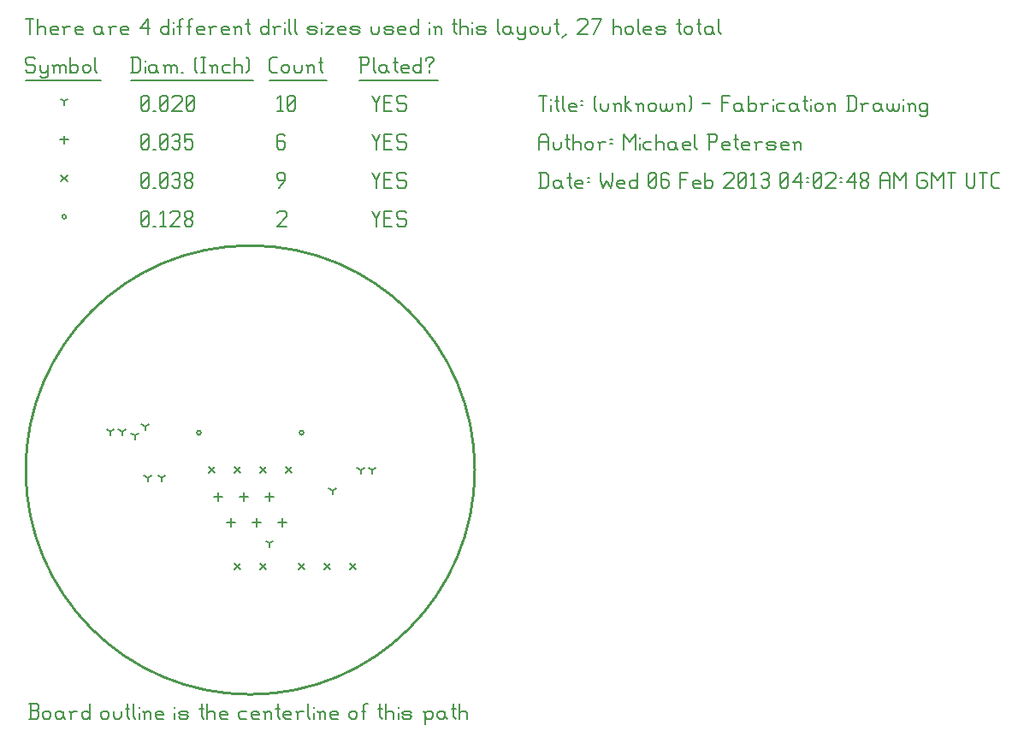
<source format=gbr>
G04 start of page 12 for group -3984 idx -3984 *
G04 Title: (unknown), fab *
G04 Creator: pcb 20110918 *
G04 CreationDate: Wed 06 Feb 2013 04:02:48 AM GMT UTC *
G04 For: railfan *
G04 Format: Gerber/RS-274X *
G04 PCB-Dimensions: 175000 175000 *
G04 PCB-Coordinate-Origin: lower left *
%MOIN*%
%FSLAX25Y25*%
%LNFAB*%
%ADD57C,0.0100*%
%ADD56C,0.0075*%
%ADD55C,0.0060*%
%ADD54R,0.0080X0.0080*%
G54D54*X106700Y102000D02*G75*G03X108300Y102000I800J0D01*G01*
G75*G03X106700Y102000I-800J0D01*G01*
X66700D02*G75*G03X68300Y102000I800J0D01*G01*
G75*G03X66700Y102000I-800J0D01*G01*
X14200Y186250D02*G75*G03X15800Y186250I800J0D01*G01*
G75*G03X14200Y186250I-800J0D01*G01*
G54D55*X135000Y188500D02*X136500Y185500D01*
X138000Y188500D01*
X136500Y185500D02*Y182500D01*
X139800Y185800D02*X142050D01*
X139800Y182500D02*X142800D01*
X139800Y188500D02*Y182500D01*
Y188500D02*X142800D01*
X147600D02*X148350Y187750D01*
X145350Y188500D02*X147600D01*
X144600Y187750D02*X145350Y188500D01*
X144600Y187750D02*Y186250D01*
X145350Y185500D01*
X147600D01*
X148350Y184750D01*
Y183250D01*
X147600Y182500D02*X148350Y183250D01*
X145350Y182500D02*X147600D01*
X144600Y183250D02*X145350Y182500D01*
X98000Y187750D02*X98750Y188500D01*
X101000D01*
X101750Y187750D01*
Y186250D01*
X98000Y182500D02*X101750Y186250D01*
X98000Y182500D02*X101750D01*
X45000Y183250D02*X45750Y182500D01*
X45000Y187750D02*Y183250D01*
Y187750D02*X45750Y188500D01*
X47250D01*
X48000Y187750D01*
Y183250D01*
X47250Y182500D02*X48000Y183250D01*
X45750Y182500D02*X47250D01*
X45000Y184000D02*X48000Y187000D01*
X49800Y182500D02*X50550D01*
X52350Y187300D02*X53550Y188500D01*
Y182500D01*
X52350D02*X54600D01*
X56400Y187750D02*X57150Y188500D01*
X59400D01*
X60150Y187750D01*
Y186250D01*
X56400Y182500D02*X60150Y186250D01*
X56400Y182500D02*X60150D01*
X61950Y183250D02*X62700Y182500D01*
X61950Y184450D02*Y183250D01*
Y184450D02*X63000Y185500D01*
X63900D01*
X64950Y184450D01*
Y183250D01*
X64200Y182500D02*X64950Y183250D01*
X62700Y182500D02*X64200D01*
X61950Y186550D02*X63000Y185500D01*
X61950Y187750D02*Y186550D01*
Y187750D02*X62700Y188500D01*
X64200D01*
X64950Y187750D01*
Y186550D01*
X63900Y185500D02*X64950Y186550D01*
X81300Y51200D02*X83700Y48800D01*
X81300D02*X83700Y51200D01*
X91300D02*X93700Y48800D01*
X91300D02*X93700Y51200D01*
X71300Y88700D02*X73700Y86300D01*
X71300D02*X73700Y88700D01*
X81300D02*X83700Y86300D01*
X81300D02*X83700Y88700D01*
X91300D02*X93700Y86300D01*
X91300D02*X93700Y88700D01*
X101300D02*X103700Y86300D01*
X101300D02*X103700Y88700D01*
X126300Y51200D02*X128700Y48800D01*
X126300D02*X128700Y51200D01*
X116300D02*X118700Y48800D01*
X116300D02*X118700Y51200D01*
X106300D02*X108700Y48800D01*
X106300D02*X108700Y51200D01*
X13800Y202450D02*X16200Y200050D01*
X13800D02*X16200Y202450D01*
X135000Y203500D02*X136500Y200500D01*
X138000Y203500D01*
X136500Y200500D02*Y197500D01*
X139800Y200800D02*X142050D01*
X139800Y197500D02*X142800D01*
X139800Y203500D02*Y197500D01*
Y203500D02*X142800D01*
X147600D02*X148350Y202750D01*
X145350Y203500D02*X147600D01*
X144600Y202750D02*X145350Y203500D01*
X144600Y202750D02*Y201250D01*
X145350Y200500D01*
X147600D01*
X148350Y199750D01*
Y198250D01*
X147600Y197500D02*X148350Y198250D01*
X145350Y197500D02*X147600D01*
X144600Y198250D02*X145350Y197500D01*
X98750D02*X101000Y200500D01*
Y202750D02*Y200500D01*
X100250Y203500D02*X101000Y202750D01*
X98750Y203500D02*X100250D01*
X98000Y202750D02*X98750Y203500D01*
X98000Y202750D02*Y201250D01*
X98750Y200500D01*
X101000D01*
X45000Y198250D02*X45750Y197500D01*
X45000Y202750D02*Y198250D01*
Y202750D02*X45750Y203500D01*
X47250D01*
X48000Y202750D01*
Y198250D01*
X47250Y197500D02*X48000Y198250D01*
X45750Y197500D02*X47250D01*
X45000Y199000D02*X48000Y202000D01*
X49800Y197500D02*X50550D01*
X52350Y198250D02*X53100Y197500D01*
X52350Y202750D02*Y198250D01*
Y202750D02*X53100Y203500D01*
X54600D01*
X55350Y202750D01*
Y198250D01*
X54600Y197500D02*X55350Y198250D01*
X53100Y197500D02*X54600D01*
X52350Y199000D02*X55350Y202000D01*
X57150Y202750D02*X57900Y203500D01*
X59400D01*
X60150Y202750D01*
X59400Y197500D02*X60150Y198250D01*
X57900Y197500D02*X59400D01*
X57150Y198250D02*X57900Y197500D01*
Y200800D02*X59400D01*
X60150Y202750D02*Y201550D01*
Y200050D02*Y198250D01*
Y200050D02*X59400Y200800D01*
X60150Y201550D02*X59400Y200800D01*
X61950Y198250D02*X62700Y197500D01*
X61950Y199450D02*Y198250D01*
Y199450D02*X63000Y200500D01*
X63900D01*
X64950Y199450D01*
Y198250D01*
X64200Y197500D02*X64950Y198250D01*
X62700Y197500D02*X64200D01*
X61950Y201550D02*X63000Y200500D01*
X61950Y202750D02*Y201550D01*
Y202750D02*X62700Y203500D01*
X64200D01*
X64950Y202750D01*
Y201550D01*
X63900Y200500D02*X64950Y201550D01*
X100000Y68600D02*Y65400D01*
X98400Y67000D02*X101600D01*
X95000Y78600D02*Y75400D01*
X93400Y77000D02*X96600D01*
X90000Y68600D02*Y65400D01*
X88400Y67000D02*X91600D01*
X85000Y78600D02*Y75400D01*
X83400Y77000D02*X86600D01*
X80000Y68600D02*Y65400D01*
X78400Y67000D02*X81600D01*
X75000Y78600D02*Y75400D01*
X73400Y77000D02*X76600D01*
X15000Y217850D02*Y214650D01*
X13400Y216250D02*X16600D01*
X135000Y218500D02*X136500Y215500D01*
X138000Y218500D01*
X136500Y215500D02*Y212500D01*
X139800Y215800D02*X142050D01*
X139800Y212500D02*X142800D01*
X139800Y218500D02*Y212500D01*
Y218500D02*X142800D01*
X147600D02*X148350Y217750D01*
X145350Y218500D02*X147600D01*
X144600Y217750D02*X145350Y218500D01*
X144600Y217750D02*Y216250D01*
X145350Y215500D01*
X147600D01*
X148350Y214750D01*
Y213250D01*
X147600Y212500D02*X148350Y213250D01*
X145350Y212500D02*X147600D01*
X144600Y213250D02*X145350Y212500D01*
X100250Y218500D02*X101000Y217750D01*
X98750Y218500D02*X100250D01*
X98000Y217750D02*X98750Y218500D01*
X98000Y217750D02*Y213250D01*
X98750Y212500D01*
X100250Y215800D02*X101000Y215050D01*
X98000Y215800D02*X100250D01*
X98750Y212500D02*X100250D01*
X101000Y213250D01*
Y215050D02*Y213250D01*
X45000D02*X45750Y212500D01*
X45000Y217750D02*Y213250D01*
Y217750D02*X45750Y218500D01*
X47250D01*
X48000Y217750D01*
Y213250D01*
X47250Y212500D02*X48000Y213250D01*
X45750Y212500D02*X47250D01*
X45000Y214000D02*X48000Y217000D01*
X49800Y212500D02*X50550D01*
X52350Y213250D02*X53100Y212500D01*
X52350Y217750D02*Y213250D01*
Y217750D02*X53100Y218500D01*
X54600D01*
X55350Y217750D01*
Y213250D01*
X54600Y212500D02*X55350Y213250D01*
X53100Y212500D02*X54600D01*
X52350Y214000D02*X55350Y217000D01*
X57150Y217750D02*X57900Y218500D01*
X59400D01*
X60150Y217750D01*
X59400Y212500D02*X60150Y213250D01*
X57900Y212500D02*X59400D01*
X57150Y213250D02*X57900Y212500D01*
Y215800D02*X59400D01*
X60150Y217750D02*Y216550D01*
Y215050D02*Y213250D01*
Y215050D02*X59400Y215800D01*
X60150Y216550D02*X59400Y215800D01*
X61950Y218500D02*X64950D01*
X61950D02*Y215500D01*
X62700Y216250D01*
X64200D01*
X64950Y215500D01*
Y213250D01*
X64200Y212500D02*X64950Y213250D01*
X62700Y212500D02*X64200D01*
X61950Y213250D02*X62700Y212500D01*
X95000Y59000D02*Y57400D01*
Y59000D02*X96387Y59800D01*
X95000Y59000D02*X93613Y59800D01*
X53000Y84500D02*Y82900D01*
Y84500D02*X54387Y85300D01*
X53000Y84500D02*X51613Y85300D01*
X47500Y84500D02*Y82900D01*
Y84500D02*X48887Y85300D01*
X47500Y84500D02*X46113Y85300D01*
X46500Y104500D02*Y102900D01*
Y104500D02*X47887Y105300D01*
X46500Y104500D02*X45113Y105300D01*
X42500Y101000D02*Y99400D01*
Y101000D02*X43887Y101800D01*
X42500Y101000D02*X41113Y101800D01*
X37500Y102500D02*Y100900D01*
Y102500D02*X38887Y103300D01*
X37500Y102500D02*X36113Y103300D01*
X33000Y102500D02*Y100900D01*
Y102500D02*X34387Y103300D01*
X33000Y102500D02*X31613Y103300D01*
X119500Y79500D02*Y77900D01*
Y79500D02*X120887Y80300D01*
X119500Y79500D02*X118113Y80300D01*
X130500Y87500D02*Y85900D01*
Y87500D02*X131887Y88300D01*
X130500Y87500D02*X129113Y88300D01*
X135000Y87500D02*Y85900D01*
Y87500D02*X136387Y88300D01*
X135000Y87500D02*X133613Y88300D01*
X15000Y231250D02*Y229650D01*
Y231250D02*X16387Y232050D01*
X15000Y231250D02*X13613Y232050D01*
X135000Y233500D02*X136500Y230500D01*
X138000Y233500D01*
X136500Y230500D02*Y227500D01*
X139800Y230800D02*X142050D01*
X139800Y227500D02*X142800D01*
X139800Y233500D02*Y227500D01*
Y233500D02*X142800D01*
X147600D02*X148350Y232750D01*
X145350Y233500D02*X147600D01*
X144600Y232750D02*X145350Y233500D01*
X144600Y232750D02*Y231250D01*
X145350Y230500D01*
X147600D01*
X148350Y229750D01*
Y228250D01*
X147600Y227500D02*X148350Y228250D01*
X145350Y227500D02*X147600D01*
X144600Y228250D02*X145350Y227500D01*
X98000Y232300D02*X99200Y233500D01*
Y227500D01*
X98000D02*X100250D01*
X102050Y228250D02*X102800Y227500D01*
X102050Y232750D02*Y228250D01*
Y232750D02*X102800Y233500D01*
X104300D01*
X105050Y232750D01*
Y228250D01*
X104300Y227500D02*X105050Y228250D01*
X102800Y227500D02*X104300D01*
X102050Y229000D02*X105050Y232000D01*
X45000Y228250D02*X45750Y227500D01*
X45000Y232750D02*Y228250D01*
Y232750D02*X45750Y233500D01*
X47250D01*
X48000Y232750D01*
Y228250D01*
X47250Y227500D02*X48000Y228250D01*
X45750Y227500D02*X47250D01*
X45000Y229000D02*X48000Y232000D01*
X49800Y227500D02*X50550D01*
X52350Y228250D02*X53100Y227500D01*
X52350Y232750D02*Y228250D01*
Y232750D02*X53100Y233500D01*
X54600D01*
X55350Y232750D01*
Y228250D01*
X54600Y227500D02*X55350Y228250D01*
X53100Y227500D02*X54600D01*
X52350Y229000D02*X55350Y232000D01*
X57150Y232750D02*X57900Y233500D01*
X60150D01*
X60900Y232750D01*
Y231250D01*
X57150Y227500D02*X60900Y231250D01*
X57150Y227500D02*X60900D01*
X62700Y228250D02*X63450Y227500D01*
X62700Y232750D02*Y228250D01*
Y232750D02*X63450Y233500D01*
X64950D01*
X65700Y232750D01*
Y228250D01*
X64950Y227500D02*X65700Y228250D01*
X63450Y227500D02*X64950D01*
X62700Y229000D02*X65700Y232000D01*
X3000Y248500D02*X3750Y247750D01*
X750Y248500D02*X3000D01*
X0Y247750D02*X750Y248500D01*
X0Y247750D02*Y246250D01*
X750Y245500D01*
X3000D01*
X3750Y244750D01*
Y243250D01*
X3000Y242500D02*X3750Y243250D01*
X750Y242500D02*X3000D01*
X0Y243250D02*X750Y242500D01*
X5550Y245500D02*Y243250D01*
X6300Y242500D01*
X8550Y245500D02*Y241000D01*
X7800Y240250D02*X8550Y241000D01*
X6300Y240250D02*X7800D01*
X5550Y241000D02*X6300Y240250D01*
Y242500D02*X7800D01*
X8550Y243250D01*
X11100Y244750D02*Y242500D01*
Y244750D02*X11850Y245500D01*
X12600D01*
X13350Y244750D01*
Y242500D01*
Y244750D02*X14100Y245500D01*
X14850D01*
X15600Y244750D01*
Y242500D01*
X10350Y245500D02*X11100Y244750D01*
X17400Y248500D02*Y242500D01*
Y243250D02*X18150Y242500D01*
X19650D01*
X20400Y243250D01*
Y244750D02*Y243250D01*
X19650Y245500D02*X20400Y244750D01*
X18150Y245500D02*X19650D01*
X17400Y244750D02*X18150Y245500D01*
X22200Y244750D02*Y243250D01*
Y244750D02*X22950Y245500D01*
X24450D01*
X25200Y244750D01*
Y243250D01*
X24450Y242500D02*X25200Y243250D01*
X22950Y242500D02*X24450D01*
X22200Y243250D02*X22950Y242500D01*
X27000Y248500D02*Y243250D01*
X27750Y242500D01*
X0Y239250D02*X29250D01*
X41750Y248500D02*Y242500D01*
X43700Y248500D02*X44750Y247450D01*
Y243550D01*
X43700Y242500D02*X44750Y243550D01*
X41000Y242500D02*X43700D01*
X41000Y248500D02*X43700D01*
G54D56*X46550Y247000D02*Y246850D01*
G54D55*Y244750D02*Y242500D01*
X50300Y245500D02*X51050Y244750D01*
X48800Y245500D02*X50300D01*
X48050Y244750D02*X48800Y245500D01*
X48050Y244750D02*Y243250D01*
X48800Y242500D01*
X51050Y245500D02*Y243250D01*
X51800Y242500D01*
X48800D02*X50300D01*
X51050Y243250D01*
X54350Y244750D02*Y242500D01*
Y244750D02*X55100Y245500D01*
X55850D01*
X56600Y244750D01*
Y242500D01*
Y244750D02*X57350Y245500D01*
X58100D01*
X58850Y244750D01*
Y242500D01*
X53600Y245500D02*X54350Y244750D01*
X60650Y242500D02*X61400D01*
X65900Y243250D02*X66650Y242500D01*
X65900Y247750D02*X66650Y248500D01*
X65900Y247750D02*Y243250D01*
X68450Y248500D02*X69950D01*
X69200D02*Y242500D01*
X68450D02*X69950D01*
X72500Y244750D02*Y242500D01*
Y244750D02*X73250Y245500D01*
X74000D01*
X74750Y244750D01*
Y242500D01*
X71750Y245500D02*X72500Y244750D01*
X77300Y245500D02*X79550D01*
X76550Y244750D02*X77300Y245500D01*
X76550Y244750D02*Y243250D01*
X77300Y242500D01*
X79550D01*
X81350Y248500D02*Y242500D01*
Y244750D02*X82100Y245500D01*
X83600D01*
X84350Y244750D01*
Y242500D01*
X86150Y248500D02*X86900Y247750D01*
Y243250D01*
X86150Y242500D02*X86900Y243250D01*
X41000Y239250D02*X88700D01*
X96050Y242500D02*X98000D01*
X95000Y243550D02*X96050Y242500D01*
X95000Y247450D02*Y243550D01*
Y247450D02*X96050Y248500D01*
X98000D01*
X99800Y244750D02*Y243250D01*
Y244750D02*X100550Y245500D01*
X102050D01*
X102800Y244750D01*
Y243250D01*
X102050Y242500D02*X102800Y243250D01*
X100550Y242500D02*X102050D01*
X99800Y243250D02*X100550Y242500D01*
X104600Y245500D02*Y243250D01*
X105350Y242500D01*
X106850D01*
X107600Y243250D01*
Y245500D02*Y243250D01*
X110150Y244750D02*Y242500D01*
Y244750D02*X110900Y245500D01*
X111650D01*
X112400Y244750D01*
Y242500D01*
X109400Y245500D02*X110150Y244750D01*
X114950Y248500D02*Y243250D01*
X115700Y242500D01*
X114200Y246250D02*X115700D01*
X95000Y239250D02*X117200D01*
X130750Y248500D02*Y242500D01*
X130000Y248500D02*X133000D01*
X133750Y247750D01*
Y246250D01*
X133000Y245500D02*X133750Y246250D01*
X130750Y245500D02*X133000D01*
X135550Y248500D02*Y243250D01*
X136300Y242500D01*
X140050Y245500D02*X140800Y244750D01*
X138550Y245500D02*X140050D01*
X137800Y244750D02*X138550Y245500D01*
X137800Y244750D02*Y243250D01*
X138550Y242500D01*
X140800Y245500D02*Y243250D01*
X141550Y242500D01*
X138550D02*X140050D01*
X140800Y243250D01*
X144100Y248500D02*Y243250D01*
X144850Y242500D01*
X143350Y246250D02*X144850D01*
X147100Y242500D02*X149350D01*
X146350Y243250D02*X147100Y242500D01*
X146350Y244750D02*Y243250D01*
Y244750D02*X147100Y245500D01*
X148600D01*
X149350Y244750D01*
X146350Y244000D02*X149350D01*
Y244750D02*Y244000D01*
X154150Y248500D02*Y242500D01*
X153400D02*X154150Y243250D01*
X151900Y242500D02*X153400D01*
X151150Y243250D02*X151900Y242500D01*
X151150Y244750D02*Y243250D01*
Y244750D02*X151900Y245500D01*
X153400D01*
X154150Y244750D01*
X157450Y245500D02*Y244750D01*
Y243250D02*Y242500D01*
X155950Y247750D02*Y247000D01*
Y247750D02*X156700Y248500D01*
X158200D01*
X158950Y247750D01*
Y247000D01*
X157450Y245500D02*X158950Y247000D01*
X130000Y239250D02*X160750D01*
X0Y263500D02*X3000D01*
X1500D02*Y257500D01*
X4800Y263500D02*Y257500D01*
Y259750D02*X5550Y260500D01*
X7050D01*
X7800Y259750D01*
Y257500D01*
X10350D02*X12600D01*
X9600Y258250D02*X10350Y257500D01*
X9600Y259750D02*Y258250D01*
Y259750D02*X10350Y260500D01*
X11850D01*
X12600Y259750D01*
X9600Y259000D02*X12600D01*
Y259750D02*Y259000D01*
X15150Y259750D02*Y257500D01*
Y259750D02*X15900Y260500D01*
X17400D01*
X14400D02*X15150Y259750D01*
X19950Y257500D02*X22200D01*
X19200Y258250D02*X19950Y257500D01*
X19200Y259750D02*Y258250D01*
Y259750D02*X19950Y260500D01*
X21450D01*
X22200Y259750D01*
X19200Y259000D02*X22200D01*
Y259750D02*Y259000D01*
X28950Y260500D02*X29700Y259750D01*
X27450Y260500D02*X28950D01*
X26700Y259750D02*X27450Y260500D01*
X26700Y259750D02*Y258250D01*
X27450Y257500D01*
X29700Y260500D02*Y258250D01*
X30450Y257500D01*
X27450D02*X28950D01*
X29700Y258250D01*
X33000Y259750D02*Y257500D01*
Y259750D02*X33750Y260500D01*
X35250D01*
X32250D02*X33000Y259750D01*
X37800Y257500D02*X40050D01*
X37050Y258250D02*X37800Y257500D01*
X37050Y259750D02*Y258250D01*
Y259750D02*X37800Y260500D01*
X39300D01*
X40050Y259750D01*
X37050Y259000D02*X40050D01*
Y259750D02*Y259000D01*
X44550Y259750D02*X47550Y263500D01*
X44550Y259750D02*X48300D01*
X47550Y263500D02*Y257500D01*
X55800Y263500D02*Y257500D01*
X55050D02*X55800Y258250D01*
X53550Y257500D02*X55050D01*
X52800Y258250D02*X53550Y257500D01*
X52800Y259750D02*Y258250D01*
Y259750D02*X53550Y260500D01*
X55050D01*
X55800Y259750D01*
G54D56*X57600Y262000D02*Y261850D01*
G54D55*Y259750D02*Y257500D01*
X59850Y262750D02*Y257500D01*
Y262750D02*X60600Y263500D01*
X61350D01*
X59100Y260500D02*X60600D01*
X63600Y262750D02*Y257500D01*
Y262750D02*X64350Y263500D01*
X65100D01*
X62850Y260500D02*X64350D01*
X67350Y257500D02*X69600D01*
X66600Y258250D02*X67350Y257500D01*
X66600Y259750D02*Y258250D01*
Y259750D02*X67350Y260500D01*
X68850D01*
X69600Y259750D01*
X66600Y259000D02*X69600D01*
Y259750D02*Y259000D01*
X72150Y259750D02*Y257500D01*
Y259750D02*X72900Y260500D01*
X74400D01*
X71400D02*X72150Y259750D01*
X76950Y257500D02*X79200D01*
X76200Y258250D02*X76950Y257500D01*
X76200Y259750D02*Y258250D01*
Y259750D02*X76950Y260500D01*
X78450D01*
X79200Y259750D01*
X76200Y259000D02*X79200D01*
Y259750D02*Y259000D01*
X81750Y259750D02*Y257500D01*
Y259750D02*X82500Y260500D01*
X83250D01*
X84000Y259750D01*
Y257500D01*
X81000Y260500D02*X81750Y259750D01*
X86550Y263500D02*Y258250D01*
X87300Y257500D01*
X85800Y261250D02*X87300D01*
X94500Y263500D02*Y257500D01*
X93750D02*X94500Y258250D01*
X92250Y257500D02*X93750D01*
X91500Y258250D02*X92250Y257500D01*
X91500Y259750D02*Y258250D01*
Y259750D02*X92250Y260500D01*
X93750D01*
X94500Y259750D01*
X97050D02*Y257500D01*
Y259750D02*X97800Y260500D01*
X99300D01*
X96300D02*X97050Y259750D01*
G54D56*X101100Y262000D02*Y261850D01*
G54D55*Y259750D02*Y257500D01*
X102600Y263500D02*Y258250D01*
X103350Y257500D01*
X104850Y263500D02*Y258250D01*
X105600Y257500D01*
X110550D02*X112800D01*
X113550Y258250D01*
X112800Y259000D02*X113550Y258250D01*
X110550Y259000D02*X112800D01*
X109800Y259750D02*X110550Y259000D01*
X109800Y259750D02*X110550Y260500D01*
X112800D01*
X113550Y259750D01*
X109800Y258250D02*X110550Y257500D01*
G54D56*X115350Y262000D02*Y261850D01*
G54D55*Y259750D02*Y257500D01*
X116850Y260500D02*X119850D01*
X116850Y257500D02*X119850Y260500D01*
X116850Y257500D02*X119850D01*
X122400D02*X124650D01*
X121650Y258250D02*X122400Y257500D01*
X121650Y259750D02*Y258250D01*
Y259750D02*X122400Y260500D01*
X123900D01*
X124650Y259750D01*
X121650Y259000D02*X124650D01*
Y259750D02*Y259000D01*
X127200Y257500D02*X129450D01*
X130200Y258250D01*
X129450Y259000D02*X130200Y258250D01*
X127200Y259000D02*X129450D01*
X126450Y259750D02*X127200Y259000D01*
X126450Y259750D02*X127200Y260500D01*
X129450D01*
X130200Y259750D01*
X126450Y258250D02*X127200Y257500D01*
X134700Y260500D02*Y258250D01*
X135450Y257500D01*
X136950D01*
X137700Y258250D01*
Y260500D02*Y258250D01*
X140250Y257500D02*X142500D01*
X143250Y258250D01*
X142500Y259000D02*X143250Y258250D01*
X140250Y259000D02*X142500D01*
X139500Y259750D02*X140250Y259000D01*
X139500Y259750D02*X140250Y260500D01*
X142500D01*
X143250Y259750D01*
X139500Y258250D02*X140250Y257500D01*
X145800D02*X148050D01*
X145050Y258250D02*X145800Y257500D01*
X145050Y259750D02*Y258250D01*
Y259750D02*X145800Y260500D01*
X147300D01*
X148050Y259750D01*
X145050Y259000D02*X148050D01*
Y259750D02*Y259000D01*
X152850Y263500D02*Y257500D01*
X152100D02*X152850Y258250D01*
X150600Y257500D02*X152100D01*
X149850Y258250D02*X150600Y257500D01*
X149850Y259750D02*Y258250D01*
Y259750D02*X150600Y260500D01*
X152100D01*
X152850Y259750D01*
G54D56*X157350Y262000D02*Y261850D01*
G54D55*Y259750D02*Y257500D01*
X159600Y259750D02*Y257500D01*
Y259750D02*X160350Y260500D01*
X161100D01*
X161850Y259750D01*
Y257500D01*
X158850Y260500D02*X159600Y259750D01*
X167100Y263500D02*Y258250D01*
X167850Y257500D01*
X166350Y261250D02*X167850D01*
X169350Y263500D02*Y257500D01*
Y259750D02*X170100Y260500D01*
X171600D01*
X172350Y259750D01*
Y257500D01*
G54D56*X174150Y262000D02*Y261850D01*
G54D55*Y259750D02*Y257500D01*
X176400D02*X178650D01*
X179400Y258250D01*
X178650Y259000D02*X179400Y258250D01*
X176400Y259000D02*X178650D01*
X175650Y259750D02*X176400Y259000D01*
X175650Y259750D02*X176400Y260500D01*
X178650D01*
X179400Y259750D01*
X175650Y258250D02*X176400Y257500D01*
X183900Y263500D02*Y258250D01*
X184650Y257500D01*
X188400Y260500D02*X189150Y259750D01*
X186900Y260500D02*X188400D01*
X186150Y259750D02*X186900Y260500D01*
X186150Y259750D02*Y258250D01*
X186900Y257500D01*
X189150Y260500D02*Y258250D01*
X189900Y257500D01*
X186900D02*X188400D01*
X189150Y258250D01*
X191700Y260500D02*Y258250D01*
X192450Y257500D01*
X194700Y260500D02*Y256000D01*
X193950Y255250D02*X194700Y256000D01*
X192450Y255250D02*X193950D01*
X191700Y256000D02*X192450Y255250D01*
Y257500D02*X193950D01*
X194700Y258250D01*
X196500Y259750D02*Y258250D01*
Y259750D02*X197250Y260500D01*
X198750D01*
X199500Y259750D01*
Y258250D01*
X198750Y257500D02*X199500Y258250D01*
X197250Y257500D02*X198750D01*
X196500Y258250D02*X197250Y257500D01*
X201300Y260500D02*Y258250D01*
X202050Y257500D01*
X203550D01*
X204300Y258250D01*
Y260500D02*Y258250D01*
X206850Y263500D02*Y258250D01*
X207600Y257500D01*
X206100Y261250D02*X207600D01*
X209100Y256000D02*X210600Y257500D01*
X215100Y262750D02*X215850Y263500D01*
X218100D01*
X218850Y262750D01*
Y261250D01*
X215100Y257500D02*X218850Y261250D01*
X215100Y257500D02*X218850D01*
X221400D02*X224400Y263500D01*
X220650D02*X224400D01*
X228900D02*Y257500D01*
Y259750D02*X229650Y260500D01*
X231150D01*
X231900Y259750D01*
Y257500D01*
X233700Y259750D02*Y258250D01*
Y259750D02*X234450Y260500D01*
X235950D01*
X236700Y259750D01*
Y258250D01*
X235950Y257500D02*X236700Y258250D01*
X234450Y257500D02*X235950D01*
X233700Y258250D02*X234450Y257500D01*
X238500Y263500D02*Y258250D01*
X239250Y257500D01*
X241500D02*X243750D01*
X240750Y258250D02*X241500Y257500D01*
X240750Y259750D02*Y258250D01*
Y259750D02*X241500Y260500D01*
X243000D01*
X243750Y259750D01*
X240750Y259000D02*X243750D01*
Y259750D02*Y259000D01*
X246300Y257500D02*X248550D01*
X249300Y258250D01*
X248550Y259000D02*X249300Y258250D01*
X246300Y259000D02*X248550D01*
X245550Y259750D02*X246300Y259000D01*
X245550Y259750D02*X246300Y260500D01*
X248550D01*
X249300Y259750D01*
X245550Y258250D02*X246300Y257500D01*
X254550Y263500D02*Y258250D01*
X255300Y257500D01*
X253800Y261250D02*X255300D01*
X256800Y259750D02*Y258250D01*
Y259750D02*X257550Y260500D01*
X259050D01*
X259800Y259750D01*
Y258250D01*
X259050Y257500D02*X259800Y258250D01*
X257550Y257500D02*X259050D01*
X256800Y258250D02*X257550Y257500D01*
X262350Y263500D02*Y258250D01*
X263100Y257500D01*
X261600Y261250D02*X263100D01*
X266850Y260500D02*X267600Y259750D01*
X265350Y260500D02*X266850D01*
X264600Y259750D02*X265350Y260500D01*
X264600Y259750D02*Y258250D01*
X265350Y257500D01*
X267600Y260500D02*Y258250D01*
X268350Y257500D01*
X265350D02*X266850D01*
X267600Y258250D01*
X270150Y263500D02*Y258250D01*
X270900Y257500D01*
G54D57*X0Y87500D03*
X175000D03*
X87500Y175000D03*
Y0D03*
X0Y87500D02*G75*G03X0Y87500I87500J0D01*G01*
G54D55*X1175Y-9500D02*X4175D01*
X4925Y-8750D01*
Y-6950D02*Y-8750D01*
X4175Y-6200D02*X4925Y-6950D01*
X1925Y-6200D02*X4175D01*
X1925Y-3500D02*Y-9500D01*
X1175Y-3500D02*X4175D01*
X4925Y-4250D01*
Y-5450D01*
X4175Y-6200D02*X4925Y-5450D01*
X6725Y-7250D02*Y-8750D01*
Y-7250D02*X7475Y-6500D01*
X8975D01*
X9725Y-7250D01*
Y-8750D01*
X8975Y-9500D02*X9725Y-8750D01*
X7475Y-9500D02*X8975D01*
X6725Y-8750D02*X7475Y-9500D01*
X13775Y-6500D02*X14525Y-7250D01*
X12275Y-6500D02*X13775D01*
X11525Y-7250D02*X12275Y-6500D01*
X11525Y-7250D02*Y-8750D01*
X12275Y-9500D01*
X14525Y-6500D02*Y-8750D01*
X15275Y-9500D01*
X12275D02*X13775D01*
X14525Y-8750D01*
X17825Y-7250D02*Y-9500D01*
Y-7250D02*X18575Y-6500D01*
X20075D01*
X17075D02*X17825Y-7250D01*
X24875Y-3500D02*Y-9500D01*
X24125D02*X24875Y-8750D01*
X22625Y-9500D02*X24125D01*
X21875Y-8750D02*X22625Y-9500D01*
X21875Y-7250D02*Y-8750D01*
Y-7250D02*X22625Y-6500D01*
X24125D01*
X24875Y-7250D01*
X29375D02*Y-8750D01*
Y-7250D02*X30125Y-6500D01*
X31625D01*
X32375Y-7250D01*
Y-8750D01*
X31625Y-9500D02*X32375Y-8750D01*
X30125Y-9500D02*X31625D01*
X29375Y-8750D02*X30125Y-9500D01*
X34175Y-6500D02*Y-8750D01*
X34925Y-9500D01*
X36425D01*
X37175Y-8750D01*
Y-6500D02*Y-8750D01*
X39725Y-3500D02*Y-8750D01*
X40475Y-9500D01*
X38975Y-5750D02*X40475D01*
X41975Y-3500D02*Y-8750D01*
X42725Y-9500D01*
G54D56*X44225Y-5000D02*Y-5150D01*
G54D55*Y-7250D02*Y-9500D01*
X46475Y-7250D02*Y-9500D01*
Y-7250D02*X47225Y-6500D01*
X47975D01*
X48725Y-7250D01*
Y-9500D01*
X45725Y-6500D02*X46475Y-7250D01*
X51275Y-9500D02*X53525D01*
X50525Y-8750D02*X51275Y-9500D01*
X50525Y-7250D02*Y-8750D01*
Y-7250D02*X51275Y-6500D01*
X52775D01*
X53525Y-7250D01*
X50525Y-8000D02*X53525D01*
Y-7250D02*Y-8000D01*
G54D56*X58025Y-5000D02*Y-5150D01*
G54D55*Y-7250D02*Y-9500D01*
X60275D02*X62525D01*
X63275Y-8750D01*
X62525Y-8000D02*X63275Y-8750D01*
X60275Y-8000D02*X62525D01*
X59525Y-7250D02*X60275Y-8000D01*
X59525Y-7250D02*X60275Y-6500D01*
X62525D01*
X63275Y-7250D01*
X59525Y-8750D02*X60275Y-9500D01*
X68525Y-3500D02*Y-8750D01*
X69275Y-9500D01*
X67775Y-5750D02*X69275D01*
X70775Y-3500D02*Y-9500D01*
Y-7250D02*X71525Y-6500D01*
X73025D01*
X73775Y-7250D01*
Y-9500D01*
X76325D02*X78575D01*
X75575Y-8750D02*X76325Y-9500D01*
X75575Y-7250D02*Y-8750D01*
Y-7250D02*X76325Y-6500D01*
X77825D01*
X78575Y-7250D01*
X75575Y-8000D02*X78575D01*
Y-7250D02*Y-8000D01*
X83825Y-6500D02*X86075D01*
X83075Y-7250D02*X83825Y-6500D01*
X83075Y-7250D02*Y-8750D01*
X83825Y-9500D01*
X86075D01*
X88625D02*X90875D01*
X87875Y-8750D02*X88625Y-9500D01*
X87875Y-7250D02*Y-8750D01*
Y-7250D02*X88625Y-6500D01*
X90125D01*
X90875Y-7250D01*
X87875Y-8000D02*X90875D01*
Y-7250D02*Y-8000D01*
X93425Y-7250D02*Y-9500D01*
Y-7250D02*X94175Y-6500D01*
X94925D01*
X95675Y-7250D01*
Y-9500D01*
X92675Y-6500D02*X93425Y-7250D01*
X98225Y-3500D02*Y-8750D01*
X98975Y-9500D01*
X97475Y-5750D02*X98975D01*
X101225Y-9500D02*X103475D01*
X100475Y-8750D02*X101225Y-9500D01*
X100475Y-7250D02*Y-8750D01*
Y-7250D02*X101225Y-6500D01*
X102725D01*
X103475Y-7250D01*
X100475Y-8000D02*X103475D01*
Y-7250D02*Y-8000D01*
X106025Y-7250D02*Y-9500D01*
Y-7250D02*X106775Y-6500D01*
X108275D01*
X105275D02*X106025Y-7250D01*
X110075Y-3500D02*Y-8750D01*
X110825Y-9500D01*
G54D56*X112325Y-5000D02*Y-5150D01*
G54D55*Y-7250D02*Y-9500D01*
X114575Y-7250D02*Y-9500D01*
Y-7250D02*X115325Y-6500D01*
X116075D01*
X116825Y-7250D01*
Y-9500D01*
X113825Y-6500D02*X114575Y-7250D01*
X119375Y-9500D02*X121625D01*
X118625Y-8750D02*X119375Y-9500D01*
X118625Y-7250D02*Y-8750D01*
Y-7250D02*X119375Y-6500D01*
X120875D01*
X121625Y-7250D01*
X118625Y-8000D02*X121625D01*
Y-7250D02*Y-8000D01*
X126125Y-7250D02*Y-8750D01*
Y-7250D02*X126875Y-6500D01*
X128375D01*
X129125Y-7250D01*
Y-8750D01*
X128375Y-9500D02*X129125Y-8750D01*
X126875Y-9500D02*X128375D01*
X126125Y-8750D02*X126875Y-9500D01*
X131675Y-4250D02*Y-9500D01*
Y-4250D02*X132425Y-3500D01*
X133175D01*
X130925Y-6500D02*X132425D01*
X138125Y-3500D02*Y-8750D01*
X138875Y-9500D01*
X137375Y-5750D02*X138875D01*
X140375Y-3500D02*Y-9500D01*
Y-7250D02*X141125Y-6500D01*
X142625D01*
X143375Y-7250D01*
Y-9500D01*
G54D56*X145175Y-5000D02*Y-5150D01*
G54D55*Y-7250D02*Y-9500D01*
X147425D02*X149675D01*
X150425Y-8750D01*
X149675Y-8000D02*X150425Y-8750D01*
X147425Y-8000D02*X149675D01*
X146675Y-7250D02*X147425Y-8000D01*
X146675Y-7250D02*X147425Y-6500D01*
X149675D01*
X150425Y-7250D01*
X146675Y-8750D02*X147425Y-9500D01*
X155675Y-7250D02*Y-11750D01*
X154925Y-6500D02*X155675Y-7250D01*
X156425Y-6500D01*
X157925D01*
X158675Y-7250D01*
Y-8750D01*
X157925Y-9500D02*X158675Y-8750D01*
X156425Y-9500D02*X157925D01*
X155675Y-8750D02*X156425Y-9500D01*
X162725Y-6500D02*X163475Y-7250D01*
X161225Y-6500D02*X162725D01*
X160475Y-7250D02*X161225Y-6500D01*
X160475Y-7250D02*Y-8750D01*
X161225Y-9500D01*
X163475Y-6500D02*Y-8750D01*
X164225Y-9500D01*
X161225D02*X162725D01*
X163475Y-8750D01*
X166775Y-3500D02*Y-8750D01*
X167525Y-9500D01*
X166025Y-5750D02*X167525D01*
X169025Y-3500D02*Y-9500D01*
Y-7250D02*X169775Y-6500D01*
X171275D01*
X172025Y-7250D01*
Y-9500D01*
X200750Y203500D02*Y197500D01*
X202700Y203500D02*X203750Y202450D01*
Y198550D01*
X202700Y197500D02*X203750Y198550D01*
X200000Y197500D02*X202700D01*
X200000Y203500D02*X202700D01*
X207800Y200500D02*X208550Y199750D01*
X206300Y200500D02*X207800D01*
X205550Y199750D02*X206300Y200500D01*
X205550Y199750D02*Y198250D01*
X206300Y197500D01*
X208550Y200500D02*Y198250D01*
X209300Y197500D01*
X206300D02*X207800D01*
X208550Y198250D01*
X211850Y203500D02*Y198250D01*
X212600Y197500D01*
X211100Y201250D02*X212600D01*
X214850Y197500D02*X217100D01*
X214100Y198250D02*X214850Y197500D01*
X214100Y199750D02*Y198250D01*
Y199750D02*X214850Y200500D01*
X216350D01*
X217100Y199750D01*
X214100Y199000D02*X217100D01*
Y199750D02*Y199000D01*
X218900Y201250D02*X219650D01*
X218900Y199750D02*X219650D01*
X224150Y203500D02*Y200500D01*
X224900Y197500D01*
X226400Y200500D01*
X227900Y197500D01*
X228650Y200500D01*
Y203500D02*Y200500D01*
X231200Y197500D02*X233450D01*
X230450Y198250D02*X231200Y197500D01*
X230450Y199750D02*Y198250D01*
Y199750D02*X231200Y200500D01*
X232700D01*
X233450Y199750D01*
X230450Y199000D02*X233450D01*
Y199750D02*Y199000D01*
X238250Y203500D02*Y197500D01*
X237500D02*X238250Y198250D01*
X236000Y197500D02*X237500D01*
X235250Y198250D02*X236000Y197500D01*
X235250Y199750D02*Y198250D01*
Y199750D02*X236000Y200500D01*
X237500D01*
X238250Y199750D01*
X242750Y198250D02*X243500Y197500D01*
X242750Y202750D02*Y198250D01*
Y202750D02*X243500Y203500D01*
X245000D01*
X245750Y202750D01*
Y198250D01*
X245000Y197500D02*X245750Y198250D01*
X243500Y197500D02*X245000D01*
X242750Y199000D02*X245750Y202000D01*
X249800Y203500D02*X250550Y202750D01*
X248300Y203500D02*X249800D01*
X247550Y202750D02*X248300Y203500D01*
X247550Y202750D02*Y198250D01*
X248300Y197500D01*
X249800Y200800D02*X250550Y200050D01*
X247550Y200800D02*X249800D01*
X248300Y197500D02*X249800D01*
X250550Y198250D01*
Y200050D02*Y198250D01*
X255050Y203500D02*Y197500D01*
Y203500D02*X258050D01*
X255050Y200800D02*X257300D01*
X260600Y197500D02*X262850D01*
X259850Y198250D02*X260600Y197500D01*
X259850Y199750D02*Y198250D01*
Y199750D02*X260600Y200500D01*
X262100D01*
X262850Y199750D01*
X259850Y199000D02*X262850D01*
Y199750D02*Y199000D01*
X264650Y203500D02*Y197500D01*
Y198250D02*X265400Y197500D01*
X266900D01*
X267650Y198250D01*
Y199750D02*Y198250D01*
X266900Y200500D02*X267650Y199750D01*
X265400Y200500D02*X266900D01*
X264650Y199750D02*X265400Y200500D01*
X272150Y202750D02*X272900Y203500D01*
X275150D01*
X275900Y202750D01*
Y201250D01*
X272150Y197500D02*X275900Y201250D01*
X272150Y197500D02*X275900D01*
X277700Y198250D02*X278450Y197500D01*
X277700Y202750D02*Y198250D01*
Y202750D02*X278450Y203500D01*
X279950D01*
X280700Y202750D01*
Y198250D01*
X279950Y197500D02*X280700Y198250D01*
X278450Y197500D02*X279950D01*
X277700Y199000D02*X280700Y202000D01*
X282500Y202300D02*X283700Y203500D01*
Y197500D01*
X282500D02*X284750D01*
X286550Y202750D02*X287300Y203500D01*
X288800D01*
X289550Y202750D01*
X288800Y197500D02*X289550Y198250D01*
X287300Y197500D02*X288800D01*
X286550Y198250D02*X287300Y197500D01*
Y200800D02*X288800D01*
X289550Y202750D02*Y201550D01*
Y200050D02*Y198250D01*
Y200050D02*X288800Y200800D01*
X289550Y201550D02*X288800Y200800D01*
X294050Y198250D02*X294800Y197500D01*
X294050Y202750D02*Y198250D01*
Y202750D02*X294800Y203500D01*
X296300D01*
X297050Y202750D01*
Y198250D01*
X296300Y197500D02*X297050Y198250D01*
X294800Y197500D02*X296300D01*
X294050Y199000D02*X297050Y202000D01*
X298850Y199750D02*X301850Y203500D01*
X298850Y199750D02*X302600D01*
X301850Y203500D02*Y197500D01*
X304400Y201250D02*X305150D01*
X304400Y199750D02*X305150D01*
X306950Y198250D02*X307700Y197500D01*
X306950Y202750D02*Y198250D01*
Y202750D02*X307700Y203500D01*
X309200D01*
X309950Y202750D01*
Y198250D01*
X309200Y197500D02*X309950Y198250D01*
X307700Y197500D02*X309200D01*
X306950Y199000D02*X309950Y202000D01*
X311750Y202750D02*X312500Y203500D01*
X314750D01*
X315500Y202750D01*
Y201250D01*
X311750Y197500D02*X315500Y201250D01*
X311750Y197500D02*X315500D01*
X317300Y201250D02*X318050D01*
X317300Y199750D02*X318050D01*
X319850D02*X322850Y203500D01*
X319850Y199750D02*X323600D01*
X322850Y203500D02*Y197500D01*
X325400Y198250D02*X326150Y197500D01*
X325400Y199450D02*Y198250D01*
Y199450D02*X326450Y200500D01*
X327350D01*
X328400Y199450D01*
Y198250D01*
X327650Y197500D02*X328400Y198250D01*
X326150Y197500D02*X327650D01*
X325400Y201550D02*X326450Y200500D01*
X325400Y202750D02*Y201550D01*
Y202750D02*X326150Y203500D01*
X327650D01*
X328400Y202750D01*
Y201550D01*
X327350Y200500D02*X328400Y201550D01*
X332900Y202000D02*Y197500D01*
Y202000D02*X333950Y203500D01*
X335600D01*
X336650Y202000D01*
Y197500D01*
X332900Y200500D02*X336650D01*
X338450Y203500D02*Y197500D01*
Y203500D02*X340700Y200500D01*
X342950Y203500D01*
Y197500D01*
X350450Y203500D02*X351200Y202750D01*
X348200Y203500D02*X350450D01*
X347450Y202750D02*X348200Y203500D01*
X347450Y202750D02*Y198250D01*
X348200Y197500D01*
X350450D01*
X351200Y198250D01*
Y199750D02*Y198250D01*
X350450Y200500D02*X351200Y199750D01*
X348950Y200500D02*X350450D01*
X353000Y203500D02*Y197500D01*
Y203500D02*X355250Y200500D01*
X357500Y203500D01*
Y197500D01*
X359300Y203500D02*X362300D01*
X360800D02*Y197500D01*
X366800Y203500D02*Y198250D01*
X367550Y197500D01*
X369050D01*
X369800Y198250D01*
Y203500D02*Y198250D01*
X371600Y203500D02*X374600D01*
X373100D02*Y197500D01*
X377450D02*X379400D01*
X376400Y198550D02*X377450Y197500D01*
X376400Y202450D02*Y198550D01*
Y202450D02*X377450Y203500D01*
X379400D01*
X200000Y217000D02*Y212500D01*
Y217000D02*X201050Y218500D01*
X202700D01*
X203750Y217000D01*
Y212500D01*
X200000Y215500D02*X203750D01*
X205550D02*Y213250D01*
X206300Y212500D01*
X207800D01*
X208550Y213250D01*
Y215500D02*Y213250D01*
X211100Y218500D02*Y213250D01*
X211850Y212500D01*
X210350Y216250D02*X211850D01*
X213350Y218500D02*Y212500D01*
Y214750D02*X214100Y215500D01*
X215600D01*
X216350Y214750D01*
Y212500D01*
X218150Y214750D02*Y213250D01*
Y214750D02*X218900Y215500D01*
X220400D01*
X221150Y214750D01*
Y213250D01*
X220400Y212500D02*X221150Y213250D01*
X218900Y212500D02*X220400D01*
X218150Y213250D02*X218900Y212500D01*
X223700Y214750D02*Y212500D01*
Y214750D02*X224450Y215500D01*
X225950D01*
X222950D02*X223700Y214750D01*
X227750Y216250D02*X228500D01*
X227750Y214750D02*X228500D01*
X233000Y218500D02*Y212500D01*
Y218500D02*X235250Y215500D01*
X237500Y218500D01*
Y212500D01*
G54D56*X239300Y217000D02*Y216850D01*
G54D55*Y214750D02*Y212500D01*
X241550Y215500D02*X243800D01*
X240800Y214750D02*X241550Y215500D01*
X240800Y214750D02*Y213250D01*
X241550Y212500D01*
X243800D01*
X245600Y218500D02*Y212500D01*
Y214750D02*X246350Y215500D01*
X247850D01*
X248600Y214750D01*
Y212500D01*
X252650Y215500D02*X253400Y214750D01*
X251150Y215500D02*X252650D01*
X250400Y214750D02*X251150Y215500D01*
X250400Y214750D02*Y213250D01*
X251150Y212500D01*
X253400Y215500D02*Y213250D01*
X254150Y212500D01*
X251150D02*X252650D01*
X253400Y213250D01*
X256700Y212500D02*X258950D01*
X255950Y213250D02*X256700Y212500D01*
X255950Y214750D02*Y213250D01*
Y214750D02*X256700Y215500D01*
X258200D01*
X258950Y214750D01*
X255950Y214000D02*X258950D01*
Y214750D02*Y214000D01*
X260750Y218500D02*Y213250D01*
X261500Y212500D01*
X266450Y218500D02*Y212500D01*
X265700Y218500D02*X268700D01*
X269450Y217750D01*
Y216250D01*
X268700Y215500D02*X269450Y216250D01*
X266450Y215500D02*X268700D01*
X272000Y212500D02*X274250D01*
X271250Y213250D02*X272000Y212500D01*
X271250Y214750D02*Y213250D01*
Y214750D02*X272000Y215500D01*
X273500D01*
X274250Y214750D01*
X271250Y214000D02*X274250D01*
Y214750D02*Y214000D01*
X276800Y218500D02*Y213250D01*
X277550Y212500D01*
X276050Y216250D02*X277550D01*
X279800Y212500D02*X282050D01*
X279050Y213250D02*X279800Y212500D01*
X279050Y214750D02*Y213250D01*
Y214750D02*X279800Y215500D01*
X281300D01*
X282050Y214750D01*
X279050Y214000D02*X282050D01*
Y214750D02*Y214000D01*
X284600Y214750D02*Y212500D01*
Y214750D02*X285350Y215500D01*
X286850D01*
X283850D02*X284600Y214750D01*
X289400Y212500D02*X291650D01*
X292400Y213250D01*
X291650Y214000D02*X292400Y213250D01*
X289400Y214000D02*X291650D01*
X288650Y214750D02*X289400Y214000D01*
X288650Y214750D02*X289400Y215500D01*
X291650D01*
X292400Y214750D01*
X288650Y213250D02*X289400Y212500D01*
X294950D02*X297200D01*
X294200Y213250D02*X294950Y212500D01*
X294200Y214750D02*Y213250D01*
Y214750D02*X294950Y215500D01*
X296450D01*
X297200Y214750D01*
X294200Y214000D02*X297200D01*
Y214750D02*Y214000D01*
X299750Y214750D02*Y212500D01*
Y214750D02*X300500Y215500D01*
X301250D01*
X302000Y214750D01*
Y212500D01*
X299000Y215500D02*X299750Y214750D01*
X200000Y233500D02*X203000D01*
X201500D02*Y227500D01*
G54D56*X204800Y232000D02*Y231850D01*
G54D55*Y229750D02*Y227500D01*
X207050Y233500D02*Y228250D01*
X207800Y227500D01*
X206300Y231250D02*X207800D01*
X209300Y233500D02*Y228250D01*
X210050Y227500D01*
X212300D02*X214550D01*
X211550Y228250D02*X212300Y227500D01*
X211550Y229750D02*Y228250D01*
Y229750D02*X212300Y230500D01*
X213800D01*
X214550Y229750D01*
X211550Y229000D02*X214550D01*
Y229750D02*Y229000D01*
X216350Y231250D02*X217100D01*
X216350Y229750D02*X217100D01*
X221600Y228250D02*X222350Y227500D01*
X221600Y232750D02*X222350Y233500D01*
X221600Y232750D02*Y228250D01*
X224150Y230500D02*Y228250D01*
X224900Y227500D01*
X226400D01*
X227150Y228250D01*
Y230500D02*Y228250D01*
X229700Y229750D02*Y227500D01*
Y229750D02*X230450Y230500D01*
X231200D01*
X231950Y229750D01*
Y227500D01*
X228950Y230500D02*X229700Y229750D01*
X233750Y233500D02*Y227500D01*
Y229750D02*X236000Y227500D01*
X233750Y229750D02*X235250Y231250D01*
X238550Y229750D02*Y227500D01*
Y229750D02*X239300Y230500D01*
X240050D01*
X240800Y229750D01*
Y227500D01*
X237800Y230500D02*X238550Y229750D01*
X242600D02*Y228250D01*
Y229750D02*X243350Y230500D01*
X244850D01*
X245600Y229750D01*
Y228250D01*
X244850Y227500D02*X245600Y228250D01*
X243350Y227500D02*X244850D01*
X242600Y228250D02*X243350Y227500D01*
X247400Y230500D02*Y228250D01*
X248150Y227500D01*
X248900D01*
X249650Y228250D01*
Y230500D02*Y228250D01*
X250400Y227500D01*
X251150D01*
X251900Y228250D01*
Y230500D02*Y228250D01*
X254450Y229750D02*Y227500D01*
Y229750D02*X255200Y230500D01*
X255950D01*
X256700Y229750D01*
Y227500D01*
X253700Y230500D02*X254450Y229750D01*
X258500Y233500D02*X259250Y232750D01*
Y228250D01*
X258500Y227500D02*X259250Y228250D01*
X263750Y230500D02*X266750D01*
X271250Y233500D02*Y227500D01*
Y233500D02*X274250D01*
X271250Y230800D02*X273500D01*
X278300Y230500D02*X279050Y229750D01*
X276800Y230500D02*X278300D01*
X276050Y229750D02*X276800Y230500D01*
X276050Y229750D02*Y228250D01*
X276800Y227500D01*
X279050Y230500D02*Y228250D01*
X279800Y227500D01*
X276800D02*X278300D01*
X279050Y228250D01*
X281600Y233500D02*Y227500D01*
Y228250D02*X282350Y227500D01*
X283850D01*
X284600Y228250D01*
Y229750D02*Y228250D01*
X283850Y230500D02*X284600Y229750D01*
X282350Y230500D02*X283850D01*
X281600Y229750D02*X282350Y230500D01*
X287150Y229750D02*Y227500D01*
Y229750D02*X287900Y230500D01*
X289400D01*
X286400D02*X287150Y229750D01*
G54D56*X291200Y232000D02*Y231850D01*
G54D55*Y229750D02*Y227500D01*
X293450Y230500D02*X295700D01*
X292700Y229750D02*X293450Y230500D01*
X292700Y229750D02*Y228250D01*
X293450Y227500D01*
X295700D01*
X299750Y230500D02*X300500Y229750D01*
X298250Y230500D02*X299750D01*
X297500Y229750D02*X298250Y230500D01*
X297500Y229750D02*Y228250D01*
X298250Y227500D01*
X300500Y230500D02*Y228250D01*
X301250Y227500D01*
X298250D02*X299750D01*
X300500Y228250D01*
X303800Y233500D02*Y228250D01*
X304550Y227500D01*
X303050Y231250D02*X304550D01*
G54D56*X306050Y232000D02*Y231850D01*
G54D55*Y229750D02*Y227500D01*
X307550Y229750D02*Y228250D01*
Y229750D02*X308300Y230500D01*
X309800D01*
X310550Y229750D01*
Y228250D01*
X309800Y227500D02*X310550Y228250D01*
X308300Y227500D02*X309800D01*
X307550Y228250D02*X308300Y227500D01*
X313100Y229750D02*Y227500D01*
Y229750D02*X313850Y230500D01*
X314600D01*
X315350Y229750D01*
Y227500D01*
X312350Y230500D02*X313100Y229750D01*
X320600Y233500D02*Y227500D01*
X322550Y233500D02*X323600Y232450D01*
Y228550D01*
X322550Y227500D02*X323600Y228550D01*
X319850Y227500D02*X322550D01*
X319850Y233500D02*X322550D01*
X326150Y229750D02*Y227500D01*
Y229750D02*X326900Y230500D01*
X328400D01*
X325400D02*X326150Y229750D01*
X332450Y230500D02*X333200Y229750D01*
X330950Y230500D02*X332450D01*
X330200Y229750D02*X330950Y230500D01*
X330200Y229750D02*Y228250D01*
X330950Y227500D01*
X333200Y230500D02*Y228250D01*
X333950Y227500D01*
X330950D02*X332450D01*
X333200Y228250D01*
X335750Y230500D02*Y228250D01*
X336500Y227500D01*
X337250D01*
X338000Y228250D01*
Y230500D02*Y228250D01*
X338750Y227500D01*
X339500D01*
X340250Y228250D01*
Y230500D02*Y228250D01*
G54D56*X342050Y232000D02*Y231850D01*
G54D55*Y229750D02*Y227500D01*
X344300Y229750D02*Y227500D01*
Y229750D02*X345050Y230500D01*
X345800D01*
X346550Y229750D01*
Y227500D01*
X343550Y230500D02*X344300Y229750D01*
X350600Y230500D02*X351350Y229750D01*
X349100Y230500D02*X350600D01*
X348350Y229750D02*X349100Y230500D01*
X348350Y229750D02*Y228250D01*
X349100Y227500D01*
X350600D01*
X351350Y228250D01*
X348350Y226000D02*X349100Y225250D01*
X350600D01*
X351350Y226000D01*
Y230500D02*Y226000D01*
M02*

</source>
